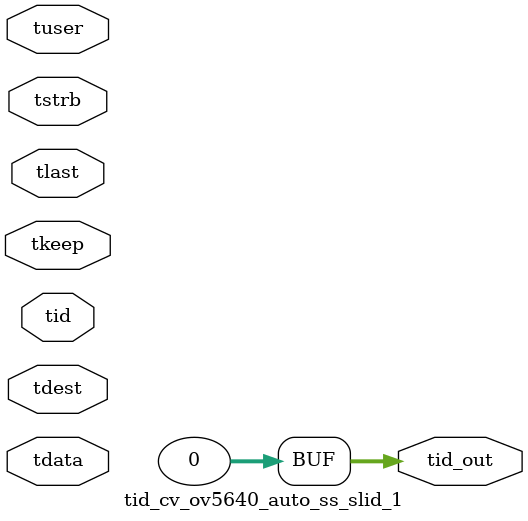
<source format=v>


`timescale 1ps/1ps

module tid_cv_ov5640_auto_ss_slid_1 #
(
parameter C_S_AXIS_TID_WIDTH   = 1,
parameter C_S_AXIS_TUSER_WIDTH = 0,
parameter C_S_AXIS_TDATA_WIDTH = 0,
parameter C_S_AXIS_TDEST_WIDTH = 0,
parameter C_M_AXIS_TID_WIDTH   = 32
)
(
input  [(C_S_AXIS_TID_WIDTH   == 0 ? 1 : C_S_AXIS_TID_WIDTH)-1:0       ] tid,
input  [(C_S_AXIS_TDATA_WIDTH == 0 ? 1 : C_S_AXIS_TDATA_WIDTH)-1:0     ] tdata,
input  [(C_S_AXIS_TUSER_WIDTH == 0 ? 1 : C_S_AXIS_TUSER_WIDTH)-1:0     ] tuser,
input  [(C_S_AXIS_TDEST_WIDTH == 0 ? 1 : C_S_AXIS_TDEST_WIDTH)-1:0     ] tdest,
input  [(C_S_AXIS_TDATA_WIDTH/8)-1:0 ] tkeep,
input  [(C_S_AXIS_TDATA_WIDTH/8)-1:0 ] tstrb,
input                                                                    tlast,
output [(C_M_AXIS_TID_WIDTH   == 0 ? 1 : C_M_AXIS_TID_WIDTH)-1:0       ] tid_out
);

assign tid_out = {1'b0};

endmodule


</source>
